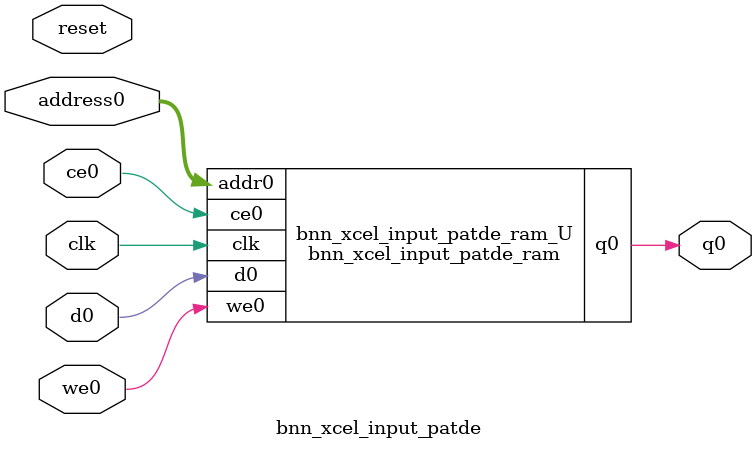
<source format=v>
`timescale 1 ns / 1 ps
module bnn_xcel_input_patde_ram (addr0, ce0, d0, we0, q0,  clk);

parameter DWIDTH = 1;
parameter AWIDTH = 9;
parameter MEM_SIZE = 324;

input[AWIDTH-1:0] addr0;
input ce0;
input[DWIDTH-1:0] d0;
input we0;
output reg[DWIDTH-1:0] q0;
input clk;

(* ram_style = "distributed" *)reg [DWIDTH-1:0] ram[0:MEM_SIZE-1];




always @(posedge clk)  
begin 
    if (ce0) begin
        if (we0) 
            ram[addr0] <= d0; 
        q0 <= ram[addr0];
    end
end


endmodule

`timescale 1 ns / 1 ps
module bnn_xcel_input_patde(
    reset,
    clk,
    address0,
    ce0,
    we0,
    d0,
    q0);

parameter DataWidth = 32'd1;
parameter AddressRange = 32'd324;
parameter AddressWidth = 32'd9;
input reset;
input clk;
input[AddressWidth - 1:0] address0;
input ce0;
input we0;
input[DataWidth - 1:0] d0;
output[DataWidth - 1:0] q0;



bnn_xcel_input_patde_ram bnn_xcel_input_patde_ram_U(
    .clk( clk ),
    .addr0( address0 ),
    .ce0( ce0 ),
    .we0( we0 ),
    .d0( d0 ),
    .q0( q0 ));

endmodule


</source>
